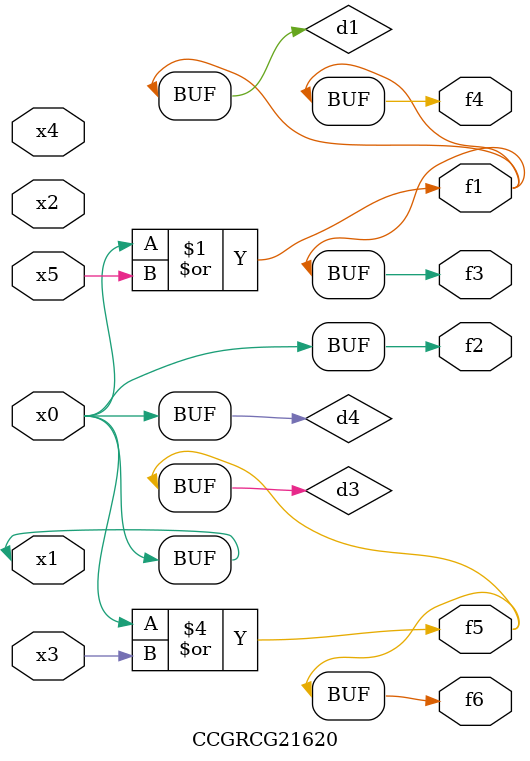
<source format=v>
module CCGRCG21620(
	input x0, x1, x2, x3, x4, x5,
	output f1, f2, f3, f4, f5, f6
);

	wire d1, d2, d3, d4;

	or (d1, x0, x5);
	xnor (d2, x1, x4);
	or (d3, x0, x3);
	buf (d4, x0, x1);
	assign f1 = d1;
	assign f2 = d4;
	assign f3 = d1;
	assign f4 = d1;
	assign f5 = d3;
	assign f6 = d3;
endmodule

</source>
